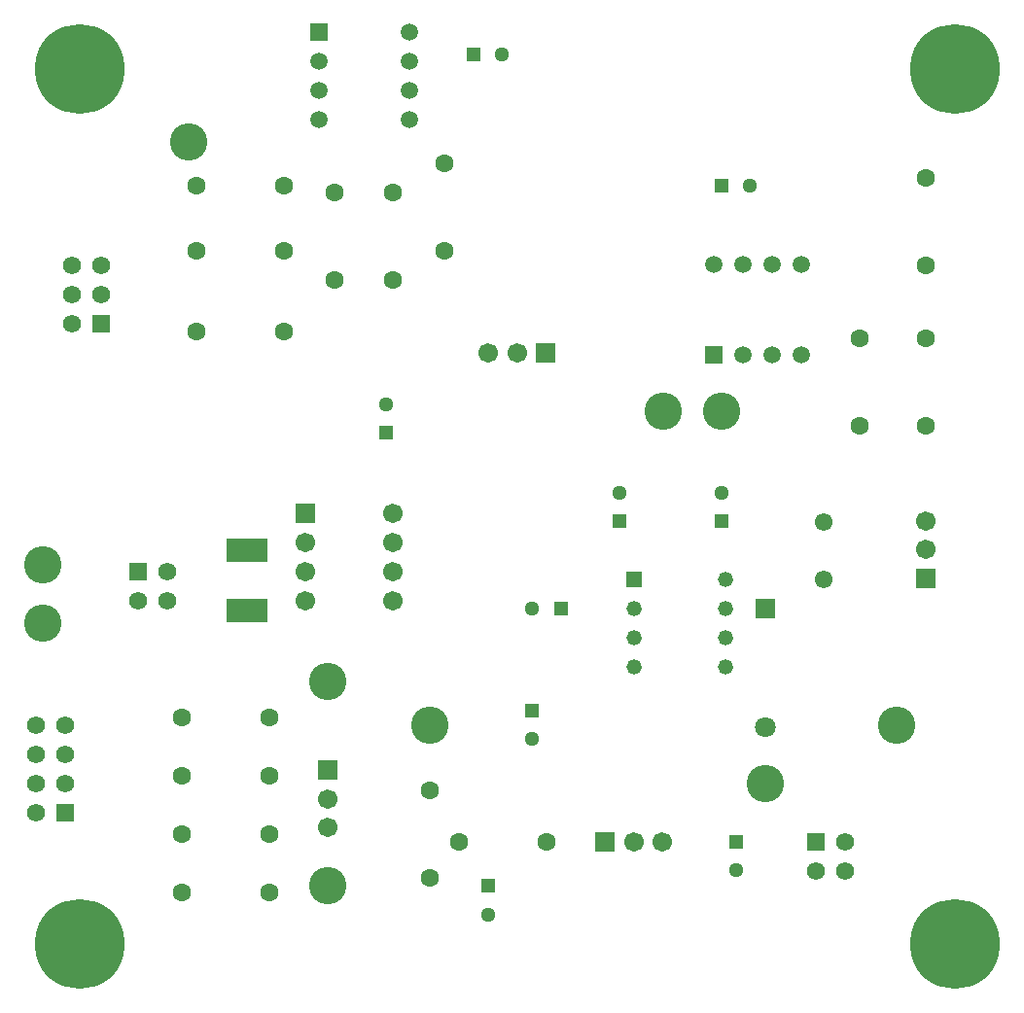
<source format=gbr>
G04 Layer_Color=8388736*
%FSLAX23Y23*%
%MOIN*%
%TF.FileFunction,Soldermask,Top*%
%TF.Part,Single*%
G01*
G75*
%TA.AperFunction,SMDPad,CuDef*%
%ADD36R,0.143X0.084*%
%TA.AperFunction,ViaPad*%
%ADD37C,0.308*%
%ADD38C,0.128*%
%TA.AperFunction,ComponentPad*%
%ADD39R,0.051X0.051*%
%ADD40C,0.051*%
%ADD41R,0.051X0.051*%
%ADD42C,0.063*%
%ADD43C,0.067*%
%ADD44R,0.067X0.067*%
%ADD45C,0.062*%
%ADD46R,0.062X0.062*%
%ADD47R,0.067X0.067*%
%ADD48C,0.059*%
%ADD49R,0.059X0.059*%
%ADD50R,0.059X0.059*%
%ADD51C,0.052*%
%ADD52R,0.052X0.052*%
%ADD53C,0.067*%
%ADD54R,0.067X0.067*%
%ADD55C,0.071*%
%ADD56R,0.071X0.071*%
%ADD57C,0.061*%
D36*
X1825Y2392D02*
D03*
Y2600D02*
D03*
D37*
X1250Y1250D02*
D03*
X4250D02*
D03*
Y4250D02*
D03*
X1250D02*
D03*
D38*
X1625Y4000D02*
D03*
X3450Y3075D02*
D03*
X3250D02*
D03*
X3600Y1800D02*
D03*
X4050Y2000D02*
D03*
X1125Y2350D02*
D03*
Y2550D02*
D03*
X2100Y2150D02*
D03*
Y1450D02*
D03*
X2450Y2000D02*
D03*
D39*
X3451Y3850D02*
D03*
X2601Y4300D02*
D03*
X2900Y2400D02*
D03*
D40*
X3549Y3850D02*
D03*
X3500Y1502D02*
D03*
X2650Y1351D02*
D03*
X2699Y4300D02*
D03*
X2300Y3100D02*
D03*
X2802Y2400D02*
D03*
X3100Y2798D02*
D03*
X3450D02*
D03*
X2800Y1952D02*
D03*
D41*
X3500Y1600D02*
D03*
X2650Y1449D02*
D03*
X2300Y3002D02*
D03*
X3100Y2700D02*
D03*
X3450D02*
D03*
X2800Y2050D02*
D03*
D42*
X2450Y1775D02*
D03*
Y1475D02*
D03*
X1900Y2025D02*
D03*
X1600D02*
D03*
X1900Y1825D02*
D03*
X1600D02*
D03*
X1900Y1625D02*
D03*
X1600D02*
D03*
X1900Y1425D02*
D03*
X1600D02*
D03*
X3925Y3325D02*
D03*
Y3025D02*
D03*
X4150D02*
D03*
Y3325D02*
D03*
Y3875D02*
D03*
Y3575D02*
D03*
X2325Y3825D02*
D03*
Y3525D02*
D03*
X1650Y3350D02*
D03*
X1950D02*
D03*
X2125Y3825D02*
D03*
Y3525D02*
D03*
X1650Y3850D02*
D03*
X1950D02*
D03*
X2500Y3925D02*
D03*
Y3625D02*
D03*
X1650D02*
D03*
X1950D02*
D03*
X2550Y1600D02*
D03*
X2850D02*
D03*
D43*
X4150Y2700D02*
D03*
Y2602D02*
D03*
X2652Y3275D02*
D03*
X2750D02*
D03*
X3248Y1600D02*
D03*
X3150D02*
D03*
X2100Y1650D02*
D03*
Y1748D02*
D03*
D44*
X4150Y2503D02*
D03*
X2100Y1847D02*
D03*
D45*
X3875Y1500D02*
D03*
X3775D02*
D03*
X3875Y1600D02*
D03*
X1550Y2425D02*
D03*
X1450D02*
D03*
X1550Y2525D02*
D03*
X1100Y2000D02*
D03*
X1200D02*
D03*
X1100Y1900D02*
D03*
X1200D02*
D03*
X1100Y1800D02*
D03*
X1200D02*
D03*
X1100Y1700D02*
D03*
X1225Y3575D02*
D03*
X1325D02*
D03*
X1225Y3475D02*
D03*
X1325D02*
D03*
X1225Y3375D02*
D03*
D46*
X3775Y1600D02*
D03*
X1450Y2525D02*
D03*
X1200Y1700D02*
D03*
X1325Y3375D02*
D03*
D47*
X2848Y3275D02*
D03*
X3052Y1600D02*
D03*
D48*
X2070Y4175D02*
D03*
Y4275D02*
D03*
Y4075D02*
D03*
X2380D02*
D03*
Y4375D02*
D03*
Y4175D02*
D03*
Y4275D02*
D03*
X3525Y3580D02*
D03*
X3625D02*
D03*
X3425D02*
D03*
X3725D02*
D03*
Y3270D02*
D03*
X3525D02*
D03*
X3625D02*
D03*
D49*
X2070Y4375D02*
D03*
D50*
X3425Y3270D02*
D03*
D51*
X3463Y2500D02*
D03*
Y2400D02*
D03*
Y2300D02*
D03*
Y2200D02*
D03*
X3150D02*
D03*
Y2300D02*
D03*
Y2400D02*
D03*
D52*
Y2500D02*
D03*
D53*
X2325Y2725D02*
D03*
Y2625D02*
D03*
Y2525D02*
D03*
Y2425D02*
D03*
X2025D02*
D03*
Y2525D02*
D03*
Y2625D02*
D03*
D54*
Y2725D02*
D03*
D55*
X3600Y1992D02*
D03*
D56*
Y2400D02*
D03*
D57*
X3800Y2500D02*
D03*
Y2697D02*
D03*
%TF.MD5,a97252d2d4ef31367e7aa482ebfd06ff*%
M02*

</source>
